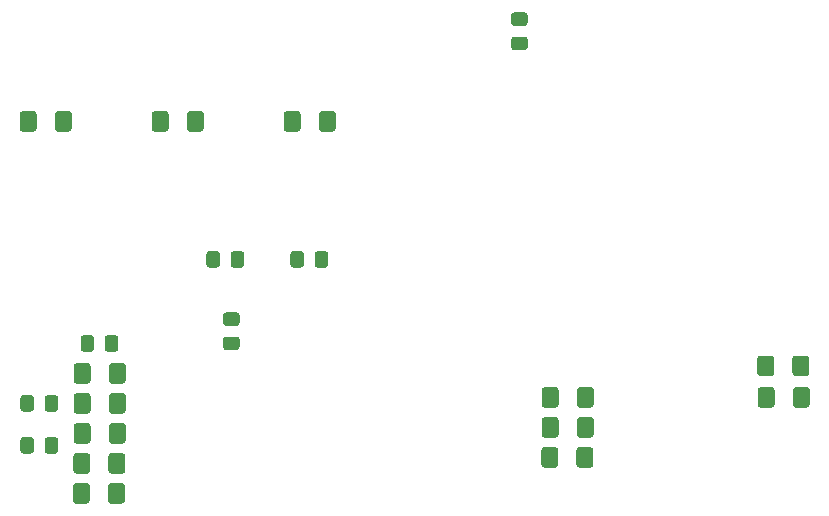
<source format=gbr>
G04 #@! TF.GenerationSoftware,KiCad,Pcbnew,(5.1.7)-1*
G04 #@! TF.CreationDate,2020-09-27T11:12:09+02:00*
G04 #@! TF.ProjectId,YAPSCO,59415053-434f-42e6-9b69-6361645f7063,rev?*
G04 #@! TF.SameCoordinates,PX6a95280PY86ae840*
G04 #@! TF.FileFunction,Paste,Bot*
G04 #@! TF.FilePolarity,Positive*
%FSLAX46Y46*%
G04 Gerber Fmt 4.6, Leading zero omitted, Abs format (unit mm)*
G04 Created by KiCad (PCBNEW (5.1.7)-1) date 2020-09-27 11:12:09*
%MOMM*%
%LPD*%
G01*
G04 APERTURE LIST*
G04 APERTURE END LIST*
G36*
G01*
X54921999Y54922000D02*
X55822001Y54922000D01*
G75*
G02*
X56072000Y54672001I0J-249999D01*
G01*
X56072000Y54021999D01*
G75*
G02*
X55822001Y53772000I-249999J0D01*
G01*
X54921999Y53772000D01*
G75*
G02*
X54672000Y54021999I0J249999D01*
G01*
X54672000Y54672001D01*
G75*
G02*
X54921999Y54922000I249999J0D01*
G01*
G37*
G36*
G01*
X54921999Y56972000D02*
X55822001Y56972000D01*
G75*
G02*
X56072000Y56722001I0J-249999D01*
G01*
X56072000Y56071999D01*
G75*
G02*
X55822001Y55822000I-249999J0D01*
G01*
X54921999Y55822000D01*
G75*
G02*
X54672000Y56071999I0J249999D01*
G01*
X54672000Y56722001D01*
G75*
G02*
X54921999Y56972000I249999J0D01*
G01*
G37*
G36*
G01*
X38042000Y35617999D02*
X38042000Y36518001D01*
G75*
G02*
X38291999Y36768000I249999J0D01*
G01*
X38942001Y36768000D01*
G75*
G02*
X39192000Y36518001I0J-249999D01*
G01*
X39192000Y35617999D01*
G75*
G02*
X38942001Y35368000I-249999J0D01*
G01*
X38291999Y35368000D01*
G75*
G02*
X38042000Y35617999I0J249999D01*
G01*
G37*
G36*
G01*
X35992000Y35617999D02*
X35992000Y36518001D01*
G75*
G02*
X36241999Y36768000I249999J0D01*
G01*
X36892001Y36768000D01*
G75*
G02*
X37142000Y36518001I0J-249999D01*
G01*
X37142000Y35617999D01*
G75*
G02*
X36892001Y35368000I-249999J0D01*
G01*
X36241999Y35368000D01*
G75*
G02*
X35992000Y35617999I0J249999D01*
G01*
G37*
G36*
G01*
X30930000Y35617999D02*
X30930000Y36518001D01*
G75*
G02*
X31179999Y36768000I249999J0D01*
G01*
X31830001Y36768000D01*
G75*
G02*
X32080000Y36518001I0J-249999D01*
G01*
X32080000Y35617999D01*
G75*
G02*
X31830001Y35368000I-249999J0D01*
G01*
X31179999Y35368000D01*
G75*
G02*
X30930000Y35617999I0J249999D01*
G01*
G37*
G36*
G01*
X28880000Y35617999D02*
X28880000Y36518001D01*
G75*
G02*
X29129999Y36768000I249999J0D01*
G01*
X29780001Y36768000D01*
G75*
G02*
X30030000Y36518001I0J-249999D01*
G01*
X30030000Y35617999D01*
G75*
G02*
X29780001Y35368000I-249999J0D01*
G01*
X29129999Y35368000D01*
G75*
G02*
X28880000Y35617999I0J249999D01*
G01*
G37*
G36*
G01*
X30537999Y29531000D02*
X31438001Y29531000D01*
G75*
G02*
X31688000Y29281001I0J-249999D01*
G01*
X31688000Y28630999D01*
G75*
G02*
X31438001Y28381000I-249999J0D01*
G01*
X30537999Y28381000D01*
G75*
G02*
X30288000Y28630999I0J249999D01*
G01*
X30288000Y29281001D01*
G75*
G02*
X30537999Y29531000I249999J0D01*
G01*
G37*
G36*
G01*
X30537999Y31581000D02*
X31438001Y31581000D01*
G75*
G02*
X31688000Y31331001I0J-249999D01*
G01*
X31688000Y30680999D01*
G75*
G02*
X31438001Y30431000I-249999J0D01*
G01*
X30537999Y30431000D01*
G75*
G02*
X30288000Y30680999I0J249999D01*
G01*
X30288000Y31331001D01*
G75*
G02*
X30537999Y31581000I249999J0D01*
G01*
G37*
G36*
G01*
X14282000Y24326001D02*
X14282000Y23425999D01*
G75*
G02*
X14032001Y23176000I-249999J0D01*
G01*
X13381999Y23176000D01*
G75*
G02*
X13132000Y23425999I0J249999D01*
G01*
X13132000Y24326001D01*
G75*
G02*
X13381999Y24576000I249999J0D01*
G01*
X14032001Y24576000D01*
G75*
G02*
X14282000Y24326001I0J-249999D01*
G01*
G37*
G36*
G01*
X16332000Y24326001D02*
X16332000Y23425999D01*
G75*
G02*
X16082001Y23176000I-249999J0D01*
G01*
X15431999Y23176000D01*
G75*
G02*
X15182000Y23425999I0J249999D01*
G01*
X15182000Y24326001D01*
G75*
G02*
X15431999Y24576000I249999J0D01*
G01*
X16082001Y24576000D01*
G75*
G02*
X16332000Y24326001I0J-249999D01*
G01*
G37*
G36*
G01*
X15182000Y19869999D02*
X15182000Y20770001D01*
G75*
G02*
X15431999Y21020000I249999J0D01*
G01*
X16082001Y21020000D01*
G75*
G02*
X16332000Y20770001I0J-249999D01*
G01*
X16332000Y19869999D01*
G75*
G02*
X16082001Y19620000I-249999J0D01*
G01*
X15431999Y19620000D01*
G75*
G02*
X15182000Y19869999I0J249999D01*
G01*
G37*
G36*
G01*
X13132000Y19869999D02*
X13132000Y20770001D01*
G75*
G02*
X13381999Y21020000I249999J0D01*
G01*
X14032001Y21020000D01*
G75*
G02*
X14282000Y20770001I0J-249999D01*
G01*
X14282000Y19869999D01*
G75*
G02*
X14032001Y19620000I-249999J0D01*
G01*
X13381999Y19620000D01*
G75*
G02*
X13132000Y19869999I0J249999D01*
G01*
G37*
G36*
G01*
X19371000Y29406001D02*
X19371000Y28505999D01*
G75*
G02*
X19121001Y28256000I-249999J0D01*
G01*
X18470999Y28256000D01*
G75*
G02*
X18221000Y28505999I0J249999D01*
G01*
X18221000Y29406001D01*
G75*
G02*
X18470999Y29656000I249999J0D01*
G01*
X19121001Y29656000D01*
G75*
G02*
X19371000Y29406001I0J-249999D01*
G01*
G37*
G36*
G01*
X21421000Y29406001D02*
X21421000Y28505999D01*
G75*
G02*
X21171001Y28256000I-249999J0D01*
G01*
X20520999Y28256000D01*
G75*
G02*
X20271000Y28505999I0J249999D01*
G01*
X20271000Y29406001D01*
G75*
G02*
X20520999Y29656000I249999J0D01*
G01*
X21171001Y29656000D01*
G75*
G02*
X21421000Y29406001I0J-249999D01*
G01*
G37*
G36*
G01*
X36853500Y48377000D02*
X36853500Y47127000D01*
G75*
G02*
X36603500Y46877000I-250000J0D01*
G01*
X35678500Y46877000D01*
G75*
G02*
X35428500Y47127000I0J250000D01*
G01*
X35428500Y48377000D01*
G75*
G02*
X35678500Y48627000I250000J0D01*
G01*
X36603500Y48627000D01*
G75*
G02*
X36853500Y48377000I0J-250000D01*
G01*
G37*
G36*
G01*
X39828500Y48377000D02*
X39828500Y47127000D01*
G75*
G02*
X39578500Y46877000I-250000J0D01*
G01*
X38653500Y46877000D01*
G75*
G02*
X38403500Y47127000I0J250000D01*
G01*
X38403500Y48377000D01*
G75*
G02*
X38653500Y48627000I250000J0D01*
G01*
X39578500Y48627000D01*
G75*
G02*
X39828500Y48377000I0J-250000D01*
G01*
G37*
G36*
G01*
X25677500Y48377000D02*
X25677500Y47127000D01*
G75*
G02*
X25427500Y46877000I-250000J0D01*
G01*
X24502500Y46877000D01*
G75*
G02*
X24252500Y47127000I0J250000D01*
G01*
X24252500Y48377000D01*
G75*
G02*
X24502500Y48627000I250000J0D01*
G01*
X25427500Y48627000D01*
G75*
G02*
X25677500Y48377000I0J-250000D01*
G01*
G37*
G36*
G01*
X28652500Y48377000D02*
X28652500Y47127000D01*
G75*
G02*
X28402500Y46877000I-250000J0D01*
G01*
X27477500Y46877000D01*
G75*
G02*
X27227500Y47127000I0J250000D01*
G01*
X27227500Y48377000D01*
G75*
G02*
X27477500Y48627000I250000J0D01*
G01*
X28402500Y48627000D01*
G75*
G02*
X28652500Y48377000I0J-250000D01*
G01*
G37*
G36*
G01*
X14501500Y48377000D02*
X14501500Y47127000D01*
G75*
G02*
X14251500Y46877000I-250000J0D01*
G01*
X13326500Y46877000D01*
G75*
G02*
X13076500Y47127000I0J250000D01*
G01*
X13076500Y48377000D01*
G75*
G02*
X13326500Y48627000I250000J0D01*
G01*
X14251500Y48627000D01*
G75*
G02*
X14501500Y48377000I0J-250000D01*
G01*
G37*
G36*
G01*
X17476500Y48377000D02*
X17476500Y47127000D01*
G75*
G02*
X17226500Y46877000I-250000J0D01*
G01*
X16301500Y46877000D01*
G75*
G02*
X16051500Y47127000I0J250000D01*
G01*
X16051500Y48377000D01*
G75*
G02*
X16301500Y48627000I250000J0D01*
G01*
X17226500Y48627000D01*
G75*
G02*
X17476500Y48377000I0J-250000D01*
G01*
G37*
G36*
G01*
X19000500Y16881000D02*
X19000500Y15631000D01*
G75*
G02*
X18750500Y15381000I-250000J0D01*
G01*
X17825500Y15381000D01*
G75*
G02*
X17575500Y15631000I0J250000D01*
G01*
X17575500Y16881000D01*
G75*
G02*
X17825500Y17131000I250000J0D01*
G01*
X18750500Y17131000D01*
G75*
G02*
X19000500Y16881000I0J-250000D01*
G01*
G37*
G36*
G01*
X21975500Y16881000D02*
X21975500Y15631000D01*
G75*
G02*
X21725500Y15381000I-250000J0D01*
G01*
X20800500Y15381000D01*
G75*
G02*
X20550500Y15631000I0J250000D01*
G01*
X20550500Y16881000D01*
G75*
G02*
X20800500Y17131000I250000J0D01*
G01*
X21725500Y17131000D01*
G75*
G02*
X21975500Y16881000I0J-250000D01*
G01*
G37*
G36*
G01*
X20587000Y18171000D02*
X20587000Y19421000D01*
G75*
G02*
X20837000Y19671000I250000J0D01*
G01*
X21762000Y19671000D01*
G75*
G02*
X22012000Y19421000I0J-250000D01*
G01*
X22012000Y18171000D01*
G75*
G02*
X21762000Y17921000I-250000J0D01*
G01*
X20837000Y17921000D01*
G75*
G02*
X20587000Y18171000I0J250000D01*
G01*
G37*
G36*
G01*
X17612000Y18171000D02*
X17612000Y19421000D01*
G75*
G02*
X17862000Y19671000I250000J0D01*
G01*
X18787000Y19671000D01*
G75*
G02*
X19037000Y19421000I0J-250000D01*
G01*
X19037000Y18171000D01*
G75*
G02*
X18787000Y17921000I-250000J0D01*
G01*
X17862000Y17921000D01*
G75*
G02*
X17612000Y18171000I0J250000D01*
G01*
G37*
G36*
G01*
X19073500Y21961000D02*
X19073500Y20711000D01*
G75*
G02*
X18823500Y20461000I-250000J0D01*
G01*
X17898500Y20461000D01*
G75*
G02*
X17648500Y20711000I0J250000D01*
G01*
X17648500Y21961000D01*
G75*
G02*
X17898500Y22211000I250000J0D01*
G01*
X18823500Y22211000D01*
G75*
G02*
X19073500Y21961000I0J-250000D01*
G01*
G37*
G36*
G01*
X22048500Y21961000D02*
X22048500Y20711000D01*
G75*
G02*
X21798500Y20461000I-250000J0D01*
G01*
X20873500Y20461000D01*
G75*
G02*
X20623500Y20711000I0J250000D01*
G01*
X20623500Y21961000D01*
G75*
G02*
X20873500Y22211000I250000J0D01*
G01*
X21798500Y22211000D01*
G75*
G02*
X22048500Y21961000I0J-250000D01*
G01*
G37*
G36*
G01*
X19073500Y24501000D02*
X19073500Y23251000D01*
G75*
G02*
X18823500Y23001000I-250000J0D01*
G01*
X17898500Y23001000D01*
G75*
G02*
X17648500Y23251000I0J250000D01*
G01*
X17648500Y24501000D01*
G75*
G02*
X17898500Y24751000I250000J0D01*
G01*
X18823500Y24751000D01*
G75*
G02*
X19073500Y24501000I0J-250000D01*
G01*
G37*
G36*
G01*
X22048500Y24501000D02*
X22048500Y23251000D01*
G75*
G02*
X21798500Y23001000I-250000J0D01*
G01*
X20873500Y23001000D01*
G75*
G02*
X20623500Y23251000I0J250000D01*
G01*
X20623500Y24501000D01*
G75*
G02*
X20873500Y24751000I250000J0D01*
G01*
X21798500Y24751000D01*
G75*
G02*
X22048500Y24501000I0J-250000D01*
G01*
G37*
G36*
G01*
X19073500Y27041000D02*
X19073500Y25791000D01*
G75*
G02*
X18823500Y25541000I-250000J0D01*
G01*
X17898500Y25541000D01*
G75*
G02*
X17648500Y25791000I0J250000D01*
G01*
X17648500Y27041000D01*
G75*
G02*
X17898500Y27291000I250000J0D01*
G01*
X18823500Y27291000D01*
G75*
G02*
X19073500Y27041000I0J-250000D01*
G01*
G37*
G36*
G01*
X22048500Y27041000D02*
X22048500Y25791000D01*
G75*
G02*
X21798500Y25541000I-250000J0D01*
G01*
X20873500Y25541000D01*
G75*
G02*
X20623500Y25791000I0J250000D01*
G01*
X20623500Y27041000D01*
G75*
G02*
X20873500Y27291000I250000J0D01*
G01*
X21798500Y27291000D01*
G75*
G02*
X22048500Y27041000I0J-250000D01*
G01*
G37*
G36*
G01*
X78499000Y26426000D02*
X78499000Y27676000D01*
G75*
G02*
X78749000Y27926000I250000J0D01*
G01*
X79674000Y27926000D01*
G75*
G02*
X79924000Y27676000I0J-250000D01*
G01*
X79924000Y26426000D01*
G75*
G02*
X79674000Y26176000I-250000J0D01*
G01*
X78749000Y26176000D01*
G75*
G02*
X78499000Y26426000I0J250000D01*
G01*
G37*
G36*
G01*
X75524000Y26426000D02*
X75524000Y27676000D01*
G75*
G02*
X75774000Y27926000I250000J0D01*
G01*
X76699000Y27926000D01*
G75*
G02*
X76949000Y27676000I0J-250000D01*
G01*
X76949000Y26426000D01*
G75*
G02*
X76699000Y26176000I-250000J0D01*
G01*
X75774000Y26176000D01*
G75*
G02*
X75524000Y26426000I0J250000D01*
G01*
G37*
G36*
G01*
X76985500Y25009000D02*
X76985500Y23759000D01*
G75*
G02*
X76735500Y23509000I-250000J0D01*
G01*
X75810500Y23509000D01*
G75*
G02*
X75560500Y23759000I0J250000D01*
G01*
X75560500Y25009000D01*
G75*
G02*
X75810500Y25259000I250000J0D01*
G01*
X76735500Y25259000D01*
G75*
G02*
X76985500Y25009000I0J-250000D01*
G01*
G37*
G36*
G01*
X79960500Y25009000D02*
X79960500Y23759000D01*
G75*
G02*
X79710500Y23509000I-250000J0D01*
G01*
X78785500Y23509000D01*
G75*
G02*
X78535500Y23759000I0J250000D01*
G01*
X78535500Y25009000D01*
G75*
G02*
X78785500Y25259000I250000J0D01*
G01*
X79710500Y25259000D01*
G75*
G02*
X79960500Y25009000I0J-250000D01*
G01*
G37*
G36*
G01*
X60247500Y23759000D02*
X60247500Y25009000D01*
G75*
G02*
X60497500Y25259000I250000J0D01*
G01*
X61422500Y25259000D01*
G75*
G02*
X61672500Y25009000I0J-250000D01*
G01*
X61672500Y23759000D01*
G75*
G02*
X61422500Y23509000I-250000J0D01*
G01*
X60497500Y23509000D01*
G75*
G02*
X60247500Y23759000I0J250000D01*
G01*
G37*
G36*
G01*
X57272500Y23759000D02*
X57272500Y25009000D01*
G75*
G02*
X57522500Y25259000I250000J0D01*
G01*
X58447500Y25259000D01*
G75*
G02*
X58697500Y25009000I0J-250000D01*
G01*
X58697500Y23759000D01*
G75*
G02*
X58447500Y23509000I-250000J0D01*
G01*
X57522500Y23509000D01*
G75*
G02*
X57272500Y23759000I0J250000D01*
G01*
G37*
G36*
G01*
X60247500Y21219000D02*
X60247500Y22469000D01*
G75*
G02*
X60497500Y22719000I250000J0D01*
G01*
X61422500Y22719000D01*
G75*
G02*
X61672500Y22469000I0J-250000D01*
G01*
X61672500Y21219000D01*
G75*
G02*
X61422500Y20969000I-250000J0D01*
G01*
X60497500Y20969000D01*
G75*
G02*
X60247500Y21219000I0J250000D01*
G01*
G37*
G36*
G01*
X57272500Y21219000D02*
X57272500Y22469000D01*
G75*
G02*
X57522500Y22719000I250000J0D01*
G01*
X58447500Y22719000D01*
G75*
G02*
X58697500Y22469000I0J-250000D01*
G01*
X58697500Y21219000D01*
G75*
G02*
X58447500Y20969000I-250000J0D01*
G01*
X57522500Y20969000D01*
G75*
G02*
X57272500Y21219000I0J250000D01*
G01*
G37*
G36*
G01*
X60211000Y18679000D02*
X60211000Y19929000D01*
G75*
G02*
X60461000Y20179000I250000J0D01*
G01*
X61386000Y20179000D01*
G75*
G02*
X61636000Y19929000I0J-250000D01*
G01*
X61636000Y18679000D01*
G75*
G02*
X61386000Y18429000I-250000J0D01*
G01*
X60461000Y18429000D01*
G75*
G02*
X60211000Y18679000I0J250000D01*
G01*
G37*
G36*
G01*
X57236000Y18679000D02*
X57236000Y19929000D01*
G75*
G02*
X57486000Y20179000I250000J0D01*
G01*
X58411000Y20179000D01*
G75*
G02*
X58661000Y19929000I0J-250000D01*
G01*
X58661000Y18679000D01*
G75*
G02*
X58411000Y18429000I-250000J0D01*
G01*
X57486000Y18429000D01*
G75*
G02*
X57236000Y18679000I0J250000D01*
G01*
G37*
M02*

</source>
